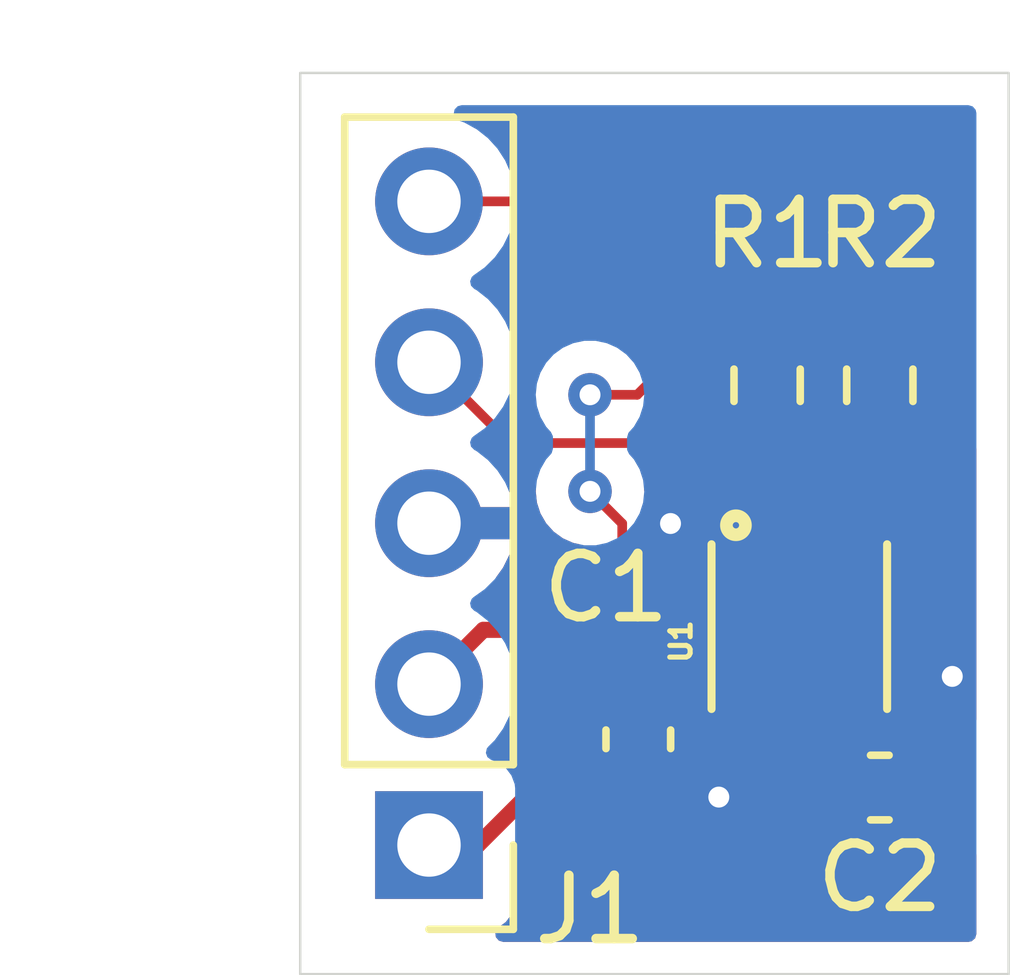
<source format=kicad_pcb>
(kicad_pcb (version 20211014) (generator pcbnew)
  (layers (0 "F.Cu" signal "Front") (31 "B.Cu" signal "Back") (34 "B.Paste" user) (35 "F.Paste" user) (36 "B.SilkS" user "B.Silkscreen") (37 "F.SilkS" user "F.Silkscreen") (38 "B.Mask" user) (39 "F.Mask" user) (44 "Edge.Cuts" user))
  (net 0 "")
  (net 1 "GND")
  (net 2 "VDD")
  (net 3 "VDDF")
  (net 4 "SCL")
  (net 5 "SDA")
  (footprint "Resistor_SMD:R_0603_1608Metric_Pad0.98x0.95mm_HandSolder" (layer "F.Cu") (at 78.74 32.3615 90)
    (fp_text reference "R2" (at 2.3895 0 180) (layer "F.SilkS"))
    (fp_text value "4.7k")
    (fp_line (start -0.254724 0.5225) (end 0.254724 0.5225) (layer "F.SilkS") (width 0.12))
    (fp_line (start -0.254724 -0.5225) (end 0.254724 -0.5225) (layer "F.SilkS") (width 0.12))
    (pad "1" smd roundrect (at -0.9125 0 90) (size 0.975 0.95) (layers "F.Cu" "F.Paste" "F.Mask") (net 4 "SCL"))
    (pad "2" smd roundrect (at 0.9125 0 90) (size 0.975 0.95) (layers "F.Cu" "F.Paste" "F.Mask") (net 3 "VDDF"))
  )
  (footprint "Resistor_SMD:R_0603_1608Metric_Pad0.98x0.95mm_HandSolder" (layer "F.Cu") (at 76.962 32.3615 90)
    (fp_text reference "R1" (at 2.3895 0 180) (layer "F.SilkS"))
    (fp_text value "4.7k")
    (fp_line (start -0.254724 0.5225) (end 0.254724 0.5225) (layer "F.SilkS") (width 0.12))
    (fp_line (start -0.254724 -0.5225) (end 0.254724 -0.5225) (layer "F.SilkS") (width 0.12))
    (pad "1" smd roundrect (at -0.9125 0 90) (size 0.975 0.95) (layers "F.Cu" "F.Paste" "F.Mask") (net 5 "SDA"))
    (pad "2" smd roundrect (at 0.9125 0 90) (size 0.975 0.95) (layers "F.Cu" "F.Paste" "F.Mask") (net 3 "VDDF"))
  )
  (footprint "Capacitor_SMD:C_0603_1608Metric_Pad1.08x0.95mm_HandSolder" (layer "F.Cu") (at 74.93 37.9495 90)
    (fp_text reference "C1" (at 2.3895 -0.508 180) (layer "F.SilkS"))
    (fp_text value "0.1uF")
    (fp_line (start -0.146267 -0.51) (end 0.146267 -0.51) (layer "F.SilkS") (width 0.12))
    (fp_line (start -0.146267 0.51) (end 0.146267 0.51) (layer "F.SilkS") (width 0.12))
    (pad "1" smd roundrect (at -0.8625 0 90) (size 1.075 0.95) (layers "F.Cu" "F.Paste" "F.Mask") (net 1 "GND"))
    (pad "2" smd roundrect (at 0.8625 0 90) (size 1.075 0.95) (layers "F.Cu" "F.Paste" "F.Mask") (net 2 "VDD"))
  )
  (footprint "Capacitor_SMD:C_0603_1608Metric_Pad1.08x0.95mm_HandSolder" (layer "F.Cu") (at 78.74 38.7115)
    (fp_text reference "C2" (at 0 1.4205) (layer "F.SilkS"))
    (fp_text value "0.1uF")
    (fp_line (start -0.146267 -0.51) (end 0.146267 -0.51) (layer "F.SilkS") (width 0.12))
    (fp_line (start -0.146267 0.51) (end 0.146267 0.51) (layer "F.SilkS") (width 0.12))
    (pad "1" smd roundrect (at -0.8625 0) (size 1.075 0.95) (layers "F.Cu" "F.Paste" "F.Mask") (net 3 "VDDF"))
    (pad "2" smd roundrect (at 0.8625 0) (size 1.075 0.95) (layers "F.Cu" "F.Paste" "F.Mask") (net 1 "GND"))
  )
  (footprint "l1:PSON65P250X250X100-8N" (layer "F.Cu") (at 77.47 36.1715 90)
    (fp_text reference "U1" (at -0.235245 -1.866763 90) (layer "F.SilkS") (effects (font (size 0.321721 0.321721))))
    (fp_text value "BME280")
    (fp_line (start -1.3 -1.385) (end 1.3 -1.385) (layer "F.SilkS") (width 0.127))
    (fp_line (start -1.3 1.385) (end 1.3 1.385) (layer "F.SilkS") (width 0.127))
    (fp_circle (center 1.6 -1) (end 1.65 -1) (layer "F.SilkS") (width 0.2) (fill none))
    (pad "1" smd roundrect locked (at 0.97 -0.975 90) (size 0.49 0.45) (layers "F.Cu" "F.Paste" "F.Mask") (roundrect_rratio 0.06) (net 1 "GND"))
    (pad "2" smd roundrect locked (at 0.97 -0.325 90) (size 0.49 0.45) (layers "F.Cu" "F.Paste" "F.Mask") (roundrect_rratio 0.06) (net 3 "VDDF"))
    (pad "3" smd roundrect locked (at 0.97 0.325 90) (size 0.49 0.45) (layers "F.Cu" "F.Paste" "F.Mask") (roundrect_rratio 0.06) (net 5 "SDA"))
    (pad "4" smd roundrect locked (at 0.97 0.975 90) (size 0.49 0.45) (layers "F.Cu" "F.Paste" "F.Mask") (roundrect_rratio 0.06) (net 4 "SCL"))
    (pad "5" smd roundrect locked (at -0.97 0.975 90) (size 0.49 0.45) (layers "F.Cu" "F.Paste" "F.Mask") (roundrect_rratio 0.06) (net 1 "GND"))
    (pad "6" smd roundrect locked (at -0.97 0.325 90) (size 0.49 0.45) (layers "F.Cu" "F.Paste" "F.Mask") (roundrect_rratio 0.06) (net 3 "VDDF"))
    (pad "7" smd roundrect locked (at -0.97 -0.325 90) (size 0.49 0.45) (layers "F.Cu" "F.Paste" "F.Mask") (roundrect_rratio 0.06) (net 1 "GND"))
    (pad "8" smd roundrect locked (at -0.97 -0.975 90) (size 0.49 0.45) (layers "F.Cu" "F.Paste" "F.Mask") (roundrect_rratio 0.06) (net 2 "VDD"))
  )
  (footprint "Connector_PinHeader_2.54mm:PinHeader_1x05_P2.54mm_Vertical" (layer "F.Cu") (at 71.628 39.619 180)
    (fp_text reference "J1" (at -2.54 -1.021 180) (layer "F.SilkS"))
    (fp_text value "Conn_01x05_Male")
    (fp_line (start -1.33 0) (end -1.33 -1.33) (layer "F.SilkS") (width 0.12))
    (fp_line (start -1.33 11.49) (end 1.33 11.49) (layer "F.SilkS") (width 0.12))
    (fp_line (start 1.33 1.27) (end 1.33 11.49) (layer "F.SilkS") (width 0.12))
    (fp_line (start -1.33 1.27) (end 1.33 1.27) (layer "F.SilkS") (width 0.12))
    (fp_line (start -1.33 1.27) (end -1.33 11.49) (layer "F.SilkS") (width 0.12))
    (fp_line (start -1.33 -1.33) (end 0 -1.33) (layer "F.SilkS") (width 0.12))
    (pad "1" thru_hole rect (at 0 0 180) (size 1.7 1.7) (drill 1) (layers *.Cu *.Mask) (net 2 "VDD"))
    (pad "2" thru_hole oval (at 0 2.54 180) (size 1.7 1.7) (drill 1) (layers *.Cu *.Mask) (net 3 "VDDF"))
    (pad "3" thru_hole oval (at 0 5.08 180) (size 1.7 1.7) (drill 1) (layers *.Cu *.Mask) (net 1 "GND"))
    (pad "4" thru_hole oval (at 0 7.62 180) (size 1.7 1.7) (drill 1) (layers *.Cu *.Mask) (net 5 "SDA"))
    (pad "5" thru_hole oval (at 0 10.16 180) (size 1.7 1.7) (drill 1) (layers *.Cu *.Mask) (net 4 "SCL"))
  )
  (gr_rect (start 69.596 41.656) (end 80.772 27.432) (layer "Edge.Cuts") (width 0.0381) (fill none))
  (segment (start 75.646 35.2015) (end 75.646 34.752) (width 0.1524) (layer "F.Cu") (net 1))
  (segment (start 77.145 37.7665) (end 77.145 37.917) (width 0.1524) (layer "F.Cu") (net 1))
  (segment (start 79.202 37.1415) (end 79.502 37.4415) (width 0.1524) (layer "F.Cu") (net 1))
  (segment (start 76.15 38.812) (end 76.2 38.862) (width 0.1524) (layer "F.Cu") (net 1))
  (segment (start 77.145 37.917) (end 76.2 38.862) (width 0.1524) (layer "F.Cu") (net 1))
  (segment (start 78.445 37.1415) (end 79.202 37.1415) (width 0.1524) (layer "F.Cu") (net 1))
  (segment (start 75.646 34.752) (end 75.438 34.544) (width 0.1524) (layer "F.Cu") (net 1))
  (segment (start 79.6025 38.7115) (end 79.6025 37.542) (width 0.1524) (layer "F.Cu") (net 1))
  (segment (start 79.6025 37.542) (end 79.502 37.4415) (width 0.1524) (layer "F.Cu") (net 1))
  (segment (start 79.502 37.338) (end 79.502 37.4415) (width 0.1524) (layer "F.Cu") (net 1))
  (segment (start 79.883 36.957) (end 79.502 37.338) (width 0.1524) (layer "F.Cu") (net 1))
  (segment (start 74.93 38.812) (end 76.15 38.812) (width 0.1524) (layer "F.Cu") (net 1))
  (segment (start 77.145 37.1415) (end 77.145 37.7665) (width 0.1524) (layer "F.Cu") (net 1))
  (segment (start 76.495 35.2015) (end 75.646 35.2015) (width 0.1524) (layer "F.Cu") (net 1))
  (via (at 76.2 38.862) (size 0.6858) (drill 0.3302) (layers "F.Cu" "B.Cu") (net 1))
  (via (at 79.883 36.957) (size 0.6858) (drill 0.3302) (layers "F.Cu" "B.Cu") (net 1))
  (via (at 75.438 34.544) (size 0.6858) (drill 0.3302) (layers "F.Cu" "B.Cu") (net 1))
  (segment (start 76.495 37.1415) (end 74.9845 37.1415) (width 0.1524) (layer "F.Cu") (net 2))
  (segment (start 74.9845 37.1415) (end 74.93 37.087) (width 0.1524) (layer "F.Cu") (net 2))
  (segment (start 72.398 39.619) (end 74.93 37.087) (width 0.254) (layer "F.Cu") (net 2))
  (segment (start 71.628 39.619) (end 72.398 39.619) (width 0.254) (layer "F.Cu") (net 2))
  (segment (start 74.676 34.544) (end 74.168 34.036) (width 0.1524) (layer "F.Cu") (net 3))
  (segment (start 73.914 36.068) (end 74.168 36.068) (width 0.254) (layer "F.Cu") (net 3))
  (segment (start 78.74 31.449) (end 76.962 31.449) (width 0.1524) (layer "F.Cu") (net 3))
  (segment (start 77.795 37.1415) (end 77.795 36.7505) (width 0.1524) (layer "F.Cu") (net 3))
  (segment (start 77.795 36.7505) (end 77.16425 36.11975) (width 0.1524) (layer "F.Cu") (net 3))
  (segment (start 72.4845 36.2225) (end 73.7595 36.2225) (width 0.254) (layer "F.Cu") (net 3))
  (segment (start 74.676 35.56) (end 74.168 36.068) (width 0.1524) (layer "F.Cu") (net 3))
  (segment (start 77.1125 36.068) (end 77.16425 36.11975) (width 0.254) (layer "F.Cu") (net 3))
  (segment (start 74.676 35.56) (end 74.676 34.544) (width 0.1524) (layer "F.Cu") (net 3))
  (segment (start 74.168 32.512) (end 74.9123 32.512) (width 0.1524) (layer "F.Cu") (net 3))
  (segment (start 74.9123 32.512) (end 75.9753 31.449) (width 0.1524) (layer "F.Cu") (net 3))
  (segment (start 77.16425 36.11975) (end 77.145 36.1005) (width 0.1524) (layer "F.Cu") (net 3))
  (segment (start 74.168 36.068) (end 77.1125 36.068) (width 0.254) (layer "F.Cu") (net 3))
  (segment (start 77.1125 36.068) (end 77.145 36.1005) (width 0.1524) (layer "F.Cu") (net 3))
  (segment (start 73.7595 36.2225) (end 73.914 36.068) (width 0.254) (layer "F.Cu") (net 3))
  (segment (start 76.962 31.449) (end 75.9753 31.449) (width 0.1524) (layer "F.Cu") (net 3))
  (segment (start 77.145 36.1005) (end 77.145 35.2015) (width 0.1524) (layer "F.Cu") (net 3))
  (segment (start 77.795 37.1415) (end 77.795 38.629) (width 0.1524) (layer "F.Cu") (net 3))
  (segment (start 71.628 37.079) (end 72.4845 36.2225) (width 0.254) (layer "F.Cu") (net 3))
  (segment (start 77.795 38.629) (end 77.8775 38.7115) (width 0.1524) (layer "F.Cu") (net 3))
  (via (at 74.168 32.512) (size 0.6858) (drill 0.3302) (layers "F.Cu" "B.Cu") (net 3))
  (via (at 74.168 34.036) (size 0.6858) (drill 0.3302) (layers "F.Cu" "B.Cu") (net 3))
  (segment (start 74.168 34.036) (end 74.168 32.512) (width 0.1524) (layer "B.Cu") (net 3))
  (segment (start 78.74 34.9065) (end 78.74 33.274) (width 0.1524) (layer "F.Cu") (net 4))
  (segment (start 79.248 32.766) (end 79.756 32.766) (width 0.1524) (layer "F.Cu") (net 4))
  (segment (start 80.01 30.48) (end 79.756 30.226) (width 0.1524) (layer "F.Cu") (net 4))
  (segment (start 78.74 33.274) (end 79.248 32.766) (width 0.1524) (layer "F.Cu") (net 4))
  (segment (start 79.756 30.226) (end 75.184 30.226) (width 0.1524) (layer "F.Cu") (net 4))
  (segment (start 78.445 35.2015) (end 78.74 34.9065) (width 0.1524) (layer "F.Cu") (net 4))
  (segment (start 74.417 29.459) (end 71.628 29.459) (width 0.1524) (layer "F.Cu") (net 4))
  (segment (start 75.184 30.226) (end 74.417 29.459) (width 0.1524) (layer "F.Cu") (net 4))
  (segment (start 80.01 32.512) (end 80.01 30.48) (width 0.1524) (layer "F.Cu") (net 4))
  (segment (start 79.756 32.766) (end 80.01 32.512) (width 0.1524) (layer "F.Cu") (net 4))
  (segment (start 77.795 35.2015) (end 77.795 34.107) (width 0.1524) (layer "F.Cu") (net 5))
  (segment (start 76.962 33.274) (end 72.903 33.274) (width 0.1524) (layer "F.Cu") (net 5))
  (segment (start 72.903 33.274) (end 71.628 31.999) (width 0.1524) (layer "F.Cu") (net 5))
  (segment (start 77.795 34.107) (end 76.962 33.274) (width 0.1524) (layer "F.Cu") (net 5))
  (zone (net 1) (net_name "GND") (layers F&B.Cu) (connect_pads (clearance 0.508)) (min_thickness 0.254) (fill yes (thermal_gap 0.508) (thermal_bridge_width 0.508))
    (polygon (pts (xy 80.772 41.656) (xy 69.596 41.656) (xy 69.596 27.432) (xy 80.772 27.432)))
  )
)
</source>
